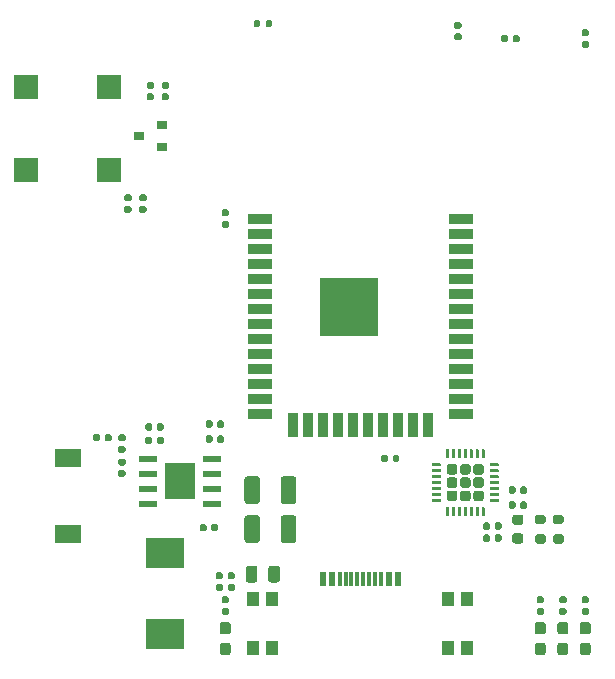
<source format=gbr>
G04 #@! TF.GenerationSoftware,KiCad,Pcbnew,(5.1.9)-1*
G04 #@! TF.CreationDate,2022-02-01T14:59:44+01:00*
G04 #@! TF.ProjectId,ESPCraft,45535043-7261-4667-942e-6b696361645f,rev?*
G04 #@! TF.SameCoordinates,Original*
G04 #@! TF.FileFunction,Paste,Top*
G04 #@! TF.FilePolarity,Positive*
%FSLAX46Y46*%
G04 Gerber Fmt 4.6, Leading zero omitted, Abs format (unit mm)*
G04 Created by KiCad (PCBNEW (5.1.9)-1) date 2022-02-01 14:59:44*
%MOMM*%
%LPD*%
G01*
G04 APERTURE LIST*
%ADD10R,5.000000X5.000000*%
%ADD11R,2.000000X0.900000*%
%ADD12R,0.900000X2.000000*%
%ADD13R,1.100000X1.300000*%
%ADD14R,2.000000X2.000000*%
%ADD15R,0.900000X0.800000*%
%ADD16R,0.300000X1.160000*%
%ADD17R,0.600000X1.160000*%
%ADD18R,3.300000X2.500000*%
%ADD19R,2.200000X1.500000*%
%ADD20R,2.600000X3.100000*%
%ADD21R,1.550000X0.600000*%
G04 APERTURE END LIST*
D10*
X142510000Y-102750000D03*
D11*
X135010000Y-95250000D03*
X135010000Y-96520000D03*
X135010000Y-97790000D03*
X135010000Y-99060000D03*
X135010000Y-100330000D03*
X135010000Y-101600000D03*
X135010000Y-102870000D03*
X135010000Y-104140000D03*
X135010000Y-105410000D03*
X135010000Y-106680000D03*
X135010000Y-107950000D03*
X135010000Y-109220000D03*
X135010000Y-110490000D03*
X135010000Y-111760000D03*
D12*
X137795000Y-112760000D03*
X139065000Y-112760000D03*
X140335000Y-112760000D03*
X141605000Y-112760000D03*
X142875000Y-112760000D03*
X144145000Y-112760000D03*
X145415000Y-112760000D03*
X146685000Y-112760000D03*
X147955000Y-112760000D03*
X149225000Y-112760000D03*
D11*
X152010000Y-111760000D03*
X152010000Y-110490000D03*
X152010000Y-109220000D03*
X152010000Y-107950000D03*
X152010000Y-106680000D03*
X152010000Y-105410000D03*
X152010000Y-104140000D03*
X152010000Y-102870000D03*
X152010000Y-101600000D03*
X152010000Y-100330000D03*
X152010000Y-99060000D03*
X152010000Y-97790000D03*
X152010000Y-96520000D03*
X152010000Y-95250000D03*
D13*
X134455000Y-131590000D03*
X136055000Y-131590000D03*
X134455000Y-127490000D03*
X136055000Y-127490000D03*
X150965000Y-131590000D03*
X152565000Y-131590000D03*
X150965000Y-127490000D03*
X152565000Y-127490000D03*
G36*
G01*
X158512500Y-131160000D02*
X158987500Y-131160000D01*
G75*
G02*
X159225000Y-131397500I0J-237500D01*
G01*
X159225000Y-131972500D01*
G75*
G02*
X158987500Y-132210000I-237500J0D01*
G01*
X158512500Y-132210000D01*
G75*
G02*
X158275000Y-131972500I0J237500D01*
G01*
X158275000Y-131397500D01*
G75*
G02*
X158512500Y-131160000I237500J0D01*
G01*
G37*
G36*
G01*
X158512500Y-129410000D02*
X158987500Y-129410000D01*
G75*
G02*
X159225000Y-129647500I0J-237500D01*
G01*
X159225000Y-130222500D01*
G75*
G02*
X158987500Y-130460000I-237500J0D01*
G01*
X158512500Y-130460000D01*
G75*
G02*
X158275000Y-130222500I0J237500D01*
G01*
X158275000Y-129647500D01*
G75*
G02*
X158512500Y-129410000I237500J0D01*
G01*
G37*
G36*
G01*
X160417500Y-129410000D02*
X160892500Y-129410000D01*
G75*
G02*
X161130000Y-129647500I0J-237500D01*
G01*
X161130000Y-130222500D01*
G75*
G02*
X160892500Y-130460000I-237500J0D01*
G01*
X160417500Y-130460000D01*
G75*
G02*
X160180000Y-130222500I0J237500D01*
G01*
X160180000Y-129647500D01*
G75*
G02*
X160417500Y-129410000I237500J0D01*
G01*
G37*
G36*
G01*
X160417500Y-131160000D02*
X160892500Y-131160000D01*
G75*
G02*
X161130000Y-131397500I0J-237500D01*
G01*
X161130000Y-131972500D01*
G75*
G02*
X160892500Y-132210000I-237500J0D01*
G01*
X160417500Y-132210000D01*
G75*
G02*
X160180000Y-131972500I0J237500D01*
G01*
X160180000Y-131397500D01*
G75*
G02*
X160417500Y-131160000I237500J0D01*
G01*
G37*
G36*
G01*
X162322500Y-129410000D02*
X162797500Y-129410000D01*
G75*
G02*
X163035000Y-129647500I0J-237500D01*
G01*
X163035000Y-130222500D01*
G75*
G02*
X162797500Y-130460000I-237500J0D01*
G01*
X162322500Y-130460000D01*
G75*
G02*
X162085000Y-130222500I0J237500D01*
G01*
X162085000Y-129647500D01*
G75*
G02*
X162322500Y-129410000I237500J0D01*
G01*
G37*
G36*
G01*
X162322500Y-131160000D02*
X162797500Y-131160000D01*
G75*
G02*
X163035000Y-131397500I0J-237500D01*
G01*
X163035000Y-131972500D01*
G75*
G02*
X162797500Y-132210000I-237500J0D01*
G01*
X162322500Y-132210000D01*
G75*
G02*
X162085000Y-131972500I0J237500D01*
G01*
X162085000Y-131397500D01*
G75*
G02*
X162322500Y-131160000I237500J0D01*
G01*
G37*
G36*
G01*
X131842500Y-131160000D02*
X132317500Y-131160000D01*
G75*
G02*
X132555000Y-131397500I0J-237500D01*
G01*
X132555000Y-131972500D01*
G75*
G02*
X132317500Y-132210000I-237500J0D01*
G01*
X131842500Y-132210000D01*
G75*
G02*
X131605000Y-131972500I0J237500D01*
G01*
X131605000Y-131397500D01*
G75*
G02*
X131842500Y-131160000I237500J0D01*
G01*
G37*
G36*
G01*
X131842500Y-129410000D02*
X132317500Y-129410000D01*
G75*
G02*
X132555000Y-129647500I0J-237500D01*
G01*
X132555000Y-130222500D01*
G75*
G02*
X132317500Y-130460000I-237500J0D01*
G01*
X131842500Y-130460000D01*
G75*
G02*
X131605000Y-130222500I0J237500D01*
G01*
X131605000Y-129647500D01*
G75*
G02*
X131842500Y-129410000I237500J0D01*
G01*
G37*
G36*
G01*
X151505000Y-119172000D02*
X151055000Y-119172000D01*
G75*
G02*
X150830000Y-118947000I0J225000D01*
G01*
X150830000Y-118497000D01*
G75*
G02*
X151055000Y-118272000I225000J0D01*
G01*
X151505000Y-118272000D01*
G75*
G02*
X151730000Y-118497000I0J-225000D01*
G01*
X151730000Y-118947000D01*
G75*
G02*
X151505000Y-119172000I-225000J0D01*
G01*
G37*
G36*
G01*
X152625000Y-119172000D02*
X152175000Y-119172000D01*
G75*
G02*
X151950000Y-118947000I0J225000D01*
G01*
X151950000Y-118497000D01*
G75*
G02*
X152175000Y-118272000I225000J0D01*
G01*
X152625000Y-118272000D01*
G75*
G02*
X152850000Y-118497000I0J-225000D01*
G01*
X152850000Y-118947000D01*
G75*
G02*
X152625000Y-119172000I-225000J0D01*
G01*
G37*
G36*
G01*
X153745000Y-119172000D02*
X153295000Y-119172000D01*
G75*
G02*
X153070000Y-118947000I0J225000D01*
G01*
X153070000Y-118497000D01*
G75*
G02*
X153295000Y-118272000I225000J0D01*
G01*
X153745000Y-118272000D01*
G75*
G02*
X153970000Y-118497000I0J-225000D01*
G01*
X153970000Y-118947000D01*
G75*
G02*
X153745000Y-119172000I-225000J0D01*
G01*
G37*
G36*
G01*
X151505000Y-118052000D02*
X151055000Y-118052000D01*
G75*
G02*
X150830000Y-117827000I0J225000D01*
G01*
X150830000Y-117377000D01*
G75*
G02*
X151055000Y-117152000I225000J0D01*
G01*
X151505000Y-117152000D01*
G75*
G02*
X151730000Y-117377000I0J-225000D01*
G01*
X151730000Y-117827000D01*
G75*
G02*
X151505000Y-118052000I-225000J0D01*
G01*
G37*
G36*
G01*
X152625000Y-118052000D02*
X152175000Y-118052000D01*
G75*
G02*
X151950000Y-117827000I0J225000D01*
G01*
X151950000Y-117377000D01*
G75*
G02*
X152175000Y-117152000I225000J0D01*
G01*
X152625000Y-117152000D01*
G75*
G02*
X152850000Y-117377000I0J-225000D01*
G01*
X152850000Y-117827000D01*
G75*
G02*
X152625000Y-118052000I-225000J0D01*
G01*
G37*
G36*
G01*
X153745000Y-118052000D02*
X153295000Y-118052000D01*
G75*
G02*
X153070000Y-117827000I0J225000D01*
G01*
X153070000Y-117377000D01*
G75*
G02*
X153295000Y-117152000I225000J0D01*
G01*
X153745000Y-117152000D01*
G75*
G02*
X153970000Y-117377000I0J-225000D01*
G01*
X153970000Y-117827000D01*
G75*
G02*
X153745000Y-118052000I-225000J0D01*
G01*
G37*
G36*
G01*
X151505000Y-116932000D02*
X151055000Y-116932000D01*
G75*
G02*
X150830000Y-116707000I0J225000D01*
G01*
X150830000Y-116257000D01*
G75*
G02*
X151055000Y-116032000I225000J0D01*
G01*
X151505000Y-116032000D01*
G75*
G02*
X151730000Y-116257000I0J-225000D01*
G01*
X151730000Y-116707000D01*
G75*
G02*
X151505000Y-116932000I-225000J0D01*
G01*
G37*
G36*
G01*
X152625000Y-116932000D02*
X152175000Y-116932000D01*
G75*
G02*
X151950000Y-116707000I0J225000D01*
G01*
X151950000Y-116257000D01*
G75*
G02*
X152175000Y-116032000I225000J0D01*
G01*
X152625000Y-116032000D01*
G75*
G02*
X152850000Y-116257000I0J-225000D01*
G01*
X152850000Y-116707000D01*
G75*
G02*
X152625000Y-116932000I-225000J0D01*
G01*
G37*
G36*
G01*
X153745000Y-116932000D02*
X153295000Y-116932000D01*
G75*
G02*
X153070000Y-116707000I0J225000D01*
G01*
X153070000Y-116257000D01*
G75*
G02*
X153295000Y-116032000I225000J0D01*
G01*
X153745000Y-116032000D01*
G75*
G02*
X153970000Y-116257000I0J-225000D01*
G01*
X153970000Y-116707000D01*
G75*
G02*
X153745000Y-116932000I-225000J0D01*
G01*
G37*
G36*
G01*
X150962500Y-120452000D02*
X150837500Y-120452000D01*
G75*
G02*
X150775000Y-120389500I0J62500D01*
G01*
X150775000Y-119714500D01*
G75*
G02*
X150837500Y-119652000I62500J0D01*
G01*
X150962500Y-119652000D01*
G75*
G02*
X151025000Y-119714500I0J-62500D01*
G01*
X151025000Y-120389500D01*
G75*
G02*
X150962500Y-120452000I-62500J0D01*
G01*
G37*
G36*
G01*
X151462500Y-120452000D02*
X151337500Y-120452000D01*
G75*
G02*
X151275000Y-120389500I0J62500D01*
G01*
X151275000Y-119714500D01*
G75*
G02*
X151337500Y-119652000I62500J0D01*
G01*
X151462500Y-119652000D01*
G75*
G02*
X151525000Y-119714500I0J-62500D01*
G01*
X151525000Y-120389500D01*
G75*
G02*
X151462500Y-120452000I-62500J0D01*
G01*
G37*
G36*
G01*
X151962500Y-120452000D02*
X151837500Y-120452000D01*
G75*
G02*
X151775000Y-120389500I0J62500D01*
G01*
X151775000Y-119714500D01*
G75*
G02*
X151837500Y-119652000I62500J0D01*
G01*
X151962500Y-119652000D01*
G75*
G02*
X152025000Y-119714500I0J-62500D01*
G01*
X152025000Y-120389500D01*
G75*
G02*
X151962500Y-120452000I-62500J0D01*
G01*
G37*
G36*
G01*
X152462500Y-120452000D02*
X152337500Y-120452000D01*
G75*
G02*
X152275000Y-120389500I0J62500D01*
G01*
X152275000Y-119714500D01*
G75*
G02*
X152337500Y-119652000I62500J0D01*
G01*
X152462500Y-119652000D01*
G75*
G02*
X152525000Y-119714500I0J-62500D01*
G01*
X152525000Y-120389500D01*
G75*
G02*
X152462500Y-120452000I-62500J0D01*
G01*
G37*
G36*
G01*
X152962500Y-120452000D02*
X152837500Y-120452000D01*
G75*
G02*
X152775000Y-120389500I0J62500D01*
G01*
X152775000Y-119714500D01*
G75*
G02*
X152837500Y-119652000I62500J0D01*
G01*
X152962500Y-119652000D01*
G75*
G02*
X153025000Y-119714500I0J-62500D01*
G01*
X153025000Y-120389500D01*
G75*
G02*
X152962500Y-120452000I-62500J0D01*
G01*
G37*
G36*
G01*
X153462500Y-120452000D02*
X153337500Y-120452000D01*
G75*
G02*
X153275000Y-120389500I0J62500D01*
G01*
X153275000Y-119714500D01*
G75*
G02*
X153337500Y-119652000I62500J0D01*
G01*
X153462500Y-119652000D01*
G75*
G02*
X153525000Y-119714500I0J-62500D01*
G01*
X153525000Y-120389500D01*
G75*
G02*
X153462500Y-120452000I-62500J0D01*
G01*
G37*
G36*
G01*
X153962500Y-120452000D02*
X153837500Y-120452000D01*
G75*
G02*
X153775000Y-120389500I0J62500D01*
G01*
X153775000Y-119714500D01*
G75*
G02*
X153837500Y-119652000I62500J0D01*
G01*
X153962500Y-119652000D01*
G75*
G02*
X154025000Y-119714500I0J-62500D01*
G01*
X154025000Y-120389500D01*
G75*
G02*
X153962500Y-120452000I-62500J0D01*
G01*
G37*
G36*
G01*
X155187500Y-119227000D02*
X154512500Y-119227000D01*
G75*
G02*
X154450000Y-119164500I0J62500D01*
G01*
X154450000Y-119039500D01*
G75*
G02*
X154512500Y-118977000I62500J0D01*
G01*
X155187500Y-118977000D01*
G75*
G02*
X155250000Y-119039500I0J-62500D01*
G01*
X155250000Y-119164500D01*
G75*
G02*
X155187500Y-119227000I-62500J0D01*
G01*
G37*
G36*
G01*
X155187500Y-118727000D02*
X154512500Y-118727000D01*
G75*
G02*
X154450000Y-118664500I0J62500D01*
G01*
X154450000Y-118539500D01*
G75*
G02*
X154512500Y-118477000I62500J0D01*
G01*
X155187500Y-118477000D01*
G75*
G02*
X155250000Y-118539500I0J-62500D01*
G01*
X155250000Y-118664500D01*
G75*
G02*
X155187500Y-118727000I-62500J0D01*
G01*
G37*
G36*
G01*
X155187500Y-118227000D02*
X154512500Y-118227000D01*
G75*
G02*
X154450000Y-118164500I0J62500D01*
G01*
X154450000Y-118039500D01*
G75*
G02*
X154512500Y-117977000I62500J0D01*
G01*
X155187500Y-117977000D01*
G75*
G02*
X155250000Y-118039500I0J-62500D01*
G01*
X155250000Y-118164500D01*
G75*
G02*
X155187500Y-118227000I-62500J0D01*
G01*
G37*
G36*
G01*
X155187500Y-117727000D02*
X154512500Y-117727000D01*
G75*
G02*
X154450000Y-117664500I0J62500D01*
G01*
X154450000Y-117539500D01*
G75*
G02*
X154512500Y-117477000I62500J0D01*
G01*
X155187500Y-117477000D01*
G75*
G02*
X155250000Y-117539500I0J-62500D01*
G01*
X155250000Y-117664500D01*
G75*
G02*
X155187500Y-117727000I-62500J0D01*
G01*
G37*
G36*
G01*
X155187500Y-117227000D02*
X154512500Y-117227000D01*
G75*
G02*
X154450000Y-117164500I0J62500D01*
G01*
X154450000Y-117039500D01*
G75*
G02*
X154512500Y-116977000I62500J0D01*
G01*
X155187500Y-116977000D01*
G75*
G02*
X155250000Y-117039500I0J-62500D01*
G01*
X155250000Y-117164500D01*
G75*
G02*
X155187500Y-117227000I-62500J0D01*
G01*
G37*
G36*
G01*
X155187500Y-116727000D02*
X154512500Y-116727000D01*
G75*
G02*
X154450000Y-116664500I0J62500D01*
G01*
X154450000Y-116539500D01*
G75*
G02*
X154512500Y-116477000I62500J0D01*
G01*
X155187500Y-116477000D01*
G75*
G02*
X155250000Y-116539500I0J-62500D01*
G01*
X155250000Y-116664500D01*
G75*
G02*
X155187500Y-116727000I-62500J0D01*
G01*
G37*
G36*
G01*
X155187500Y-116227000D02*
X154512500Y-116227000D01*
G75*
G02*
X154450000Y-116164500I0J62500D01*
G01*
X154450000Y-116039500D01*
G75*
G02*
X154512500Y-115977000I62500J0D01*
G01*
X155187500Y-115977000D01*
G75*
G02*
X155250000Y-116039500I0J-62500D01*
G01*
X155250000Y-116164500D01*
G75*
G02*
X155187500Y-116227000I-62500J0D01*
G01*
G37*
G36*
G01*
X153962500Y-115552000D02*
X153837500Y-115552000D01*
G75*
G02*
X153775000Y-115489500I0J62500D01*
G01*
X153775000Y-114814500D01*
G75*
G02*
X153837500Y-114752000I62500J0D01*
G01*
X153962500Y-114752000D01*
G75*
G02*
X154025000Y-114814500I0J-62500D01*
G01*
X154025000Y-115489500D01*
G75*
G02*
X153962500Y-115552000I-62500J0D01*
G01*
G37*
G36*
G01*
X153462500Y-115552000D02*
X153337500Y-115552000D01*
G75*
G02*
X153275000Y-115489500I0J62500D01*
G01*
X153275000Y-114814500D01*
G75*
G02*
X153337500Y-114752000I62500J0D01*
G01*
X153462500Y-114752000D01*
G75*
G02*
X153525000Y-114814500I0J-62500D01*
G01*
X153525000Y-115489500D01*
G75*
G02*
X153462500Y-115552000I-62500J0D01*
G01*
G37*
G36*
G01*
X152962500Y-115552000D02*
X152837500Y-115552000D01*
G75*
G02*
X152775000Y-115489500I0J62500D01*
G01*
X152775000Y-114814500D01*
G75*
G02*
X152837500Y-114752000I62500J0D01*
G01*
X152962500Y-114752000D01*
G75*
G02*
X153025000Y-114814500I0J-62500D01*
G01*
X153025000Y-115489500D01*
G75*
G02*
X152962500Y-115552000I-62500J0D01*
G01*
G37*
G36*
G01*
X152462500Y-115552000D02*
X152337500Y-115552000D01*
G75*
G02*
X152275000Y-115489500I0J62500D01*
G01*
X152275000Y-114814500D01*
G75*
G02*
X152337500Y-114752000I62500J0D01*
G01*
X152462500Y-114752000D01*
G75*
G02*
X152525000Y-114814500I0J-62500D01*
G01*
X152525000Y-115489500D01*
G75*
G02*
X152462500Y-115552000I-62500J0D01*
G01*
G37*
G36*
G01*
X151962500Y-115552000D02*
X151837500Y-115552000D01*
G75*
G02*
X151775000Y-115489500I0J62500D01*
G01*
X151775000Y-114814500D01*
G75*
G02*
X151837500Y-114752000I62500J0D01*
G01*
X151962500Y-114752000D01*
G75*
G02*
X152025000Y-114814500I0J-62500D01*
G01*
X152025000Y-115489500D01*
G75*
G02*
X151962500Y-115552000I-62500J0D01*
G01*
G37*
G36*
G01*
X151462500Y-115552000D02*
X151337500Y-115552000D01*
G75*
G02*
X151275000Y-115489500I0J62500D01*
G01*
X151275000Y-114814500D01*
G75*
G02*
X151337500Y-114752000I62500J0D01*
G01*
X151462500Y-114752000D01*
G75*
G02*
X151525000Y-114814500I0J-62500D01*
G01*
X151525000Y-115489500D01*
G75*
G02*
X151462500Y-115552000I-62500J0D01*
G01*
G37*
G36*
G01*
X150962500Y-115552000D02*
X150837500Y-115552000D01*
G75*
G02*
X150775000Y-115489500I0J62500D01*
G01*
X150775000Y-114814500D01*
G75*
G02*
X150837500Y-114752000I62500J0D01*
G01*
X150962500Y-114752000D01*
G75*
G02*
X151025000Y-114814500I0J-62500D01*
G01*
X151025000Y-115489500D01*
G75*
G02*
X150962500Y-115552000I-62500J0D01*
G01*
G37*
G36*
G01*
X150287500Y-116227000D02*
X149612500Y-116227000D01*
G75*
G02*
X149550000Y-116164500I0J62500D01*
G01*
X149550000Y-116039500D01*
G75*
G02*
X149612500Y-115977000I62500J0D01*
G01*
X150287500Y-115977000D01*
G75*
G02*
X150350000Y-116039500I0J-62500D01*
G01*
X150350000Y-116164500D01*
G75*
G02*
X150287500Y-116227000I-62500J0D01*
G01*
G37*
G36*
G01*
X150287500Y-116727000D02*
X149612500Y-116727000D01*
G75*
G02*
X149550000Y-116664500I0J62500D01*
G01*
X149550000Y-116539500D01*
G75*
G02*
X149612500Y-116477000I62500J0D01*
G01*
X150287500Y-116477000D01*
G75*
G02*
X150350000Y-116539500I0J-62500D01*
G01*
X150350000Y-116664500D01*
G75*
G02*
X150287500Y-116727000I-62500J0D01*
G01*
G37*
G36*
G01*
X150287500Y-117227000D02*
X149612500Y-117227000D01*
G75*
G02*
X149550000Y-117164500I0J62500D01*
G01*
X149550000Y-117039500D01*
G75*
G02*
X149612500Y-116977000I62500J0D01*
G01*
X150287500Y-116977000D01*
G75*
G02*
X150350000Y-117039500I0J-62500D01*
G01*
X150350000Y-117164500D01*
G75*
G02*
X150287500Y-117227000I-62500J0D01*
G01*
G37*
G36*
G01*
X150287500Y-117727000D02*
X149612500Y-117727000D01*
G75*
G02*
X149550000Y-117664500I0J62500D01*
G01*
X149550000Y-117539500D01*
G75*
G02*
X149612500Y-117477000I62500J0D01*
G01*
X150287500Y-117477000D01*
G75*
G02*
X150350000Y-117539500I0J-62500D01*
G01*
X150350000Y-117664500D01*
G75*
G02*
X150287500Y-117727000I-62500J0D01*
G01*
G37*
G36*
G01*
X150287500Y-118227000D02*
X149612500Y-118227000D01*
G75*
G02*
X149550000Y-118164500I0J62500D01*
G01*
X149550000Y-118039500D01*
G75*
G02*
X149612500Y-117977000I62500J0D01*
G01*
X150287500Y-117977000D01*
G75*
G02*
X150350000Y-118039500I0J-62500D01*
G01*
X150350000Y-118164500D01*
G75*
G02*
X150287500Y-118227000I-62500J0D01*
G01*
G37*
G36*
G01*
X150287500Y-118727000D02*
X149612500Y-118727000D01*
G75*
G02*
X149550000Y-118664500I0J62500D01*
G01*
X149550000Y-118539500D01*
G75*
G02*
X149612500Y-118477000I62500J0D01*
G01*
X150287500Y-118477000D01*
G75*
G02*
X150350000Y-118539500I0J-62500D01*
G01*
X150350000Y-118664500D01*
G75*
G02*
X150287500Y-118727000I-62500J0D01*
G01*
G37*
G36*
G01*
X150287500Y-119227000D02*
X149612500Y-119227000D01*
G75*
G02*
X149550000Y-119164500I0J62500D01*
G01*
X149550000Y-119039500D01*
G75*
G02*
X149612500Y-118977000I62500J0D01*
G01*
X150287500Y-118977000D01*
G75*
G02*
X150350000Y-119039500I0J-62500D01*
G01*
X150350000Y-119164500D01*
G75*
G02*
X150287500Y-119227000I-62500J0D01*
G01*
G37*
D14*
X115245000Y-91130000D03*
X115245000Y-84130000D03*
X122245000Y-84130000D03*
X122245000Y-91130000D03*
G36*
G01*
X123652500Y-94170000D02*
X123997500Y-94170000D01*
G75*
G02*
X124145000Y-94317500I0J-147500D01*
G01*
X124145000Y-94612500D01*
G75*
G02*
X123997500Y-94760000I-147500J0D01*
G01*
X123652500Y-94760000D01*
G75*
G02*
X123505000Y-94612500I0J147500D01*
G01*
X123505000Y-94317500D01*
G75*
G02*
X123652500Y-94170000I147500J0D01*
G01*
G37*
G36*
G01*
X123652500Y-93200000D02*
X123997500Y-93200000D01*
G75*
G02*
X124145000Y-93347500I0J-147500D01*
G01*
X124145000Y-93642500D01*
G75*
G02*
X123997500Y-93790000I-147500J0D01*
G01*
X123652500Y-93790000D01*
G75*
G02*
X123505000Y-93642500I0J147500D01*
G01*
X123505000Y-93347500D01*
G75*
G02*
X123652500Y-93200000I147500J0D01*
G01*
G37*
G36*
G01*
X156065000Y-118409500D02*
X156065000Y-118064500D01*
G75*
G02*
X156212500Y-117917000I147500J0D01*
G01*
X156507500Y-117917000D01*
G75*
G02*
X156655000Y-118064500I0J-147500D01*
G01*
X156655000Y-118409500D01*
G75*
G02*
X156507500Y-118557000I-147500J0D01*
G01*
X156212500Y-118557000D01*
G75*
G02*
X156065000Y-118409500I0J147500D01*
G01*
G37*
G36*
G01*
X157035000Y-118409500D02*
X157035000Y-118064500D01*
G75*
G02*
X157182500Y-117917000I147500J0D01*
G01*
X157477500Y-117917000D01*
G75*
G02*
X157625000Y-118064500I0J-147500D01*
G01*
X157625000Y-118409500D01*
G75*
G02*
X157477500Y-118557000I-147500J0D01*
G01*
X157182500Y-118557000D01*
G75*
G02*
X157035000Y-118409500I0J147500D01*
G01*
G37*
G36*
G01*
X124922500Y-93200000D02*
X125267500Y-93200000D01*
G75*
G02*
X125415000Y-93347500I0J-147500D01*
G01*
X125415000Y-93642500D01*
G75*
G02*
X125267500Y-93790000I-147500J0D01*
G01*
X124922500Y-93790000D01*
G75*
G02*
X124775000Y-93642500I0J147500D01*
G01*
X124775000Y-93347500D01*
G75*
G02*
X124922500Y-93200000I147500J0D01*
G01*
G37*
G36*
G01*
X124922500Y-94170000D02*
X125267500Y-94170000D01*
G75*
G02*
X125415000Y-94317500I0J-147500D01*
G01*
X125415000Y-94612500D01*
G75*
G02*
X125267500Y-94760000I-147500J0D01*
G01*
X124922500Y-94760000D01*
G75*
G02*
X124775000Y-94612500I0J147500D01*
G01*
X124775000Y-94317500D01*
G75*
G02*
X124922500Y-94170000I147500J0D01*
G01*
G37*
G36*
G01*
X157035000Y-119679500D02*
X157035000Y-119334500D01*
G75*
G02*
X157182500Y-119187000I147500J0D01*
G01*
X157477500Y-119187000D01*
G75*
G02*
X157625000Y-119334500I0J-147500D01*
G01*
X157625000Y-119679500D01*
G75*
G02*
X157477500Y-119827000I-147500J0D01*
G01*
X157182500Y-119827000D01*
G75*
G02*
X157035000Y-119679500I0J147500D01*
G01*
G37*
G36*
G01*
X156065000Y-119679500D02*
X156065000Y-119334500D01*
G75*
G02*
X156212500Y-119187000I147500J0D01*
G01*
X156507500Y-119187000D01*
G75*
G02*
X156655000Y-119334500I0J-147500D01*
G01*
X156655000Y-119679500D01*
G75*
G02*
X156507500Y-119827000I-147500J0D01*
G01*
X156212500Y-119827000D01*
G75*
G02*
X156065000Y-119679500I0J147500D01*
G01*
G37*
G36*
G01*
X158922500Y-127826000D02*
X158577500Y-127826000D01*
G75*
G02*
X158430000Y-127678500I0J147500D01*
G01*
X158430000Y-127383500D01*
G75*
G02*
X158577500Y-127236000I147500J0D01*
G01*
X158922500Y-127236000D01*
G75*
G02*
X159070000Y-127383500I0J-147500D01*
G01*
X159070000Y-127678500D01*
G75*
G02*
X158922500Y-127826000I-147500J0D01*
G01*
G37*
G36*
G01*
X158922500Y-128796000D02*
X158577500Y-128796000D01*
G75*
G02*
X158430000Y-128648500I0J147500D01*
G01*
X158430000Y-128353500D01*
G75*
G02*
X158577500Y-128206000I147500J0D01*
G01*
X158922500Y-128206000D01*
G75*
G02*
X159070000Y-128353500I0J-147500D01*
G01*
X159070000Y-128648500D01*
G75*
G02*
X158922500Y-128796000I-147500J0D01*
G01*
G37*
G36*
G01*
X160827500Y-128796000D02*
X160482500Y-128796000D01*
G75*
G02*
X160335000Y-128648500I0J147500D01*
G01*
X160335000Y-128353500D01*
G75*
G02*
X160482500Y-128206000I147500J0D01*
G01*
X160827500Y-128206000D01*
G75*
G02*
X160975000Y-128353500I0J-147500D01*
G01*
X160975000Y-128648500D01*
G75*
G02*
X160827500Y-128796000I-147500J0D01*
G01*
G37*
G36*
G01*
X160827500Y-127826000D02*
X160482500Y-127826000D01*
G75*
G02*
X160335000Y-127678500I0J147500D01*
G01*
X160335000Y-127383500D01*
G75*
G02*
X160482500Y-127236000I147500J0D01*
G01*
X160827500Y-127236000D01*
G75*
G02*
X160975000Y-127383500I0J-147500D01*
G01*
X160975000Y-127678500D01*
G75*
G02*
X160827500Y-127826000I-147500J0D01*
G01*
G37*
G36*
G01*
X162732500Y-127826000D02*
X162387500Y-127826000D01*
G75*
G02*
X162240000Y-127678500I0J147500D01*
G01*
X162240000Y-127383500D01*
G75*
G02*
X162387500Y-127236000I147500J0D01*
G01*
X162732500Y-127236000D01*
G75*
G02*
X162880000Y-127383500I0J-147500D01*
G01*
X162880000Y-127678500D01*
G75*
G02*
X162732500Y-127826000I-147500J0D01*
G01*
G37*
G36*
G01*
X162732500Y-128796000D02*
X162387500Y-128796000D01*
G75*
G02*
X162240000Y-128648500I0J147500D01*
G01*
X162240000Y-128353500D01*
G75*
G02*
X162387500Y-128206000I147500J0D01*
G01*
X162732500Y-128206000D01*
G75*
G02*
X162880000Y-128353500I0J-147500D01*
G01*
X162880000Y-128648500D01*
G75*
G02*
X162732500Y-128796000I-147500J0D01*
G01*
G37*
G36*
G01*
X132252500Y-128796000D02*
X131907500Y-128796000D01*
G75*
G02*
X131760000Y-128648500I0J147500D01*
G01*
X131760000Y-128353500D01*
G75*
G02*
X131907500Y-128206000I147500J0D01*
G01*
X132252500Y-128206000D01*
G75*
G02*
X132400000Y-128353500I0J-147500D01*
G01*
X132400000Y-128648500D01*
G75*
G02*
X132252500Y-128796000I-147500J0D01*
G01*
G37*
G36*
G01*
X132252500Y-127826000D02*
X131907500Y-127826000D01*
G75*
G02*
X131760000Y-127678500I0J147500D01*
G01*
X131760000Y-127383500D01*
G75*
G02*
X131907500Y-127236000I147500J0D01*
G01*
X132252500Y-127236000D01*
G75*
G02*
X132400000Y-127383500I0J-147500D01*
G01*
X132400000Y-127678500D01*
G75*
G02*
X132252500Y-127826000I-147500J0D01*
G01*
G37*
G36*
G01*
X131744500Y-125794000D02*
X131399500Y-125794000D01*
G75*
G02*
X131252000Y-125646500I0J147500D01*
G01*
X131252000Y-125351500D01*
G75*
G02*
X131399500Y-125204000I147500J0D01*
G01*
X131744500Y-125204000D01*
G75*
G02*
X131892000Y-125351500I0J-147500D01*
G01*
X131892000Y-125646500D01*
G75*
G02*
X131744500Y-125794000I-147500J0D01*
G01*
G37*
G36*
G01*
X131744500Y-126764000D02*
X131399500Y-126764000D01*
G75*
G02*
X131252000Y-126616500I0J147500D01*
G01*
X131252000Y-126321500D01*
G75*
G02*
X131399500Y-126174000I147500J0D01*
G01*
X131744500Y-126174000D01*
G75*
G02*
X131892000Y-126321500I0J-147500D01*
G01*
X131892000Y-126616500D01*
G75*
G02*
X131744500Y-126764000I-147500J0D01*
G01*
G37*
G36*
G01*
X132252500Y-96030000D02*
X131907500Y-96030000D01*
G75*
G02*
X131760000Y-95882500I0J147500D01*
G01*
X131760000Y-95587500D01*
G75*
G02*
X131907500Y-95440000I147500J0D01*
G01*
X132252500Y-95440000D01*
G75*
G02*
X132400000Y-95587500I0J-147500D01*
G01*
X132400000Y-95882500D01*
G75*
G02*
X132252500Y-96030000I-147500J0D01*
G01*
G37*
G36*
G01*
X132252500Y-95060000D02*
X131907500Y-95060000D01*
G75*
G02*
X131760000Y-94912500I0J147500D01*
G01*
X131760000Y-94617500D01*
G75*
G02*
X131907500Y-94470000I147500J0D01*
G01*
X132252500Y-94470000D01*
G75*
G02*
X132400000Y-94617500I0J-147500D01*
G01*
X132400000Y-94912500D01*
G75*
G02*
X132252500Y-95060000I-147500J0D01*
G01*
G37*
D15*
X126730000Y-89215000D03*
X126730000Y-87315000D03*
X124730000Y-88265000D03*
G36*
G01*
X126827500Y-83675000D02*
X127172500Y-83675000D01*
G75*
G02*
X127320000Y-83822500I0J-147500D01*
G01*
X127320000Y-84117500D01*
G75*
G02*
X127172500Y-84265000I-147500J0D01*
G01*
X126827500Y-84265000D01*
G75*
G02*
X126680000Y-84117500I0J147500D01*
G01*
X126680000Y-83822500D01*
G75*
G02*
X126827500Y-83675000I147500J0D01*
G01*
G37*
G36*
G01*
X126827500Y-84645000D02*
X127172500Y-84645000D01*
G75*
G02*
X127320000Y-84792500I0J-147500D01*
G01*
X127320000Y-85087500D01*
G75*
G02*
X127172500Y-85235000I-147500J0D01*
G01*
X126827500Y-85235000D01*
G75*
G02*
X126680000Y-85087500I0J147500D01*
G01*
X126680000Y-84792500D01*
G75*
G02*
X126827500Y-84645000I147500J0D01*
G01*
G37*
G36*
G01*
X125902500Y-84265000D02*
X125557500Y-84265000D01*
G75*
G02*
X125410000Y-84117500I0J147500D01*
G01*
X125410000Y-83822500D01*
G75*
G02*
X125557500Y-83675000I147500J0D01*
G01*
X125902500Y-83675000D01*
G75*
G02*
X126050000Y-83822500I0J-147500D01*
G01*
X126050000Y-84117500D01*
G75*
G02*
X125902500Y-84265000I-147500J0D01*
G01*
G37*
G36*
G01*
X125902500Y-85235000D02*
X125557500Y-85235000D01*
G75*
G02*
X125410000Y-85087500I0J147500D01*
G01*
X125410000Y-84792500D01*
G75*
G02*
X125557500Y-84645000I147500J0D01*
G01*
X125902500Y-84645000D01*
G75*
G02*
X126050000Y-84792500I0J-147500D01*
G01*
X126050000Y-85087500D01*
G75*
G02*
X125902500Y-85235000I-147500J0D01*
G01*
G37*
G36*
G01*
X162387500Y-80200000D02*
X162732500Y-80200000D01*
G75*
G02*
X162880000Y-80347500I0J-147500D01*
G01*
X162880000Y-80642500D01*
G75*
G02*
X162732500Y-80790000I-147500J0D01*
G01*
X162387500Y-80790000D01*
G75*
G02*
X162240000Y-80642500I0J147500D01*
G01*
X162240000Y-80347500D01*
G75*
G02*
X162387500Y-80200000I147500J0D01*
G01*
G37*
G36*
G01*
X162387500Y-79230000D02*
X162732500Y-79230000D01*
G75*
G02*
X162880000Y-79377500I0J-147500D01*
G01*
X162880000Y-79672500D01*
G75*
G02*
X162732500Y-79820000I-147500J0D01*
G01*
X162387500Y-79820000D01*
G75*
G02*
X162240000Y-79672500I0J147500D01*
G01*
X162240000Y-79377500D01*
G75*
G02*
X162387500Y-79230000I147500J0D01*
G01*
G37*
G36*
G01*
X156990000Y-79837500D02*
X156990000Y-80182500D01*
G75*
G02*
X156842500Y-80330000I-147500J0D01*
G01*
X156547500Y-80330000D01*
G75*
G02*
X156400000Y-80182500I0J147500D01*
G01*
X156400000Y-79837500D01*
G75*
G02*
X156547500Y-79690000I147500J0D01*
G01*
X156842500Y-79690000D01*
G75*
G02*
X156990000Y-79837500I0J-147500D01*
G01*
G37*
G36*
G01*
X156020000Y-79837500D02*
X156020000Y-80182500D01*
G75*
G02*
X155872500Y-80330000I-147500J0D01*
G01*
X155577500Y-80330000D01*
G75*
G02*
X155430000Y-80182500I0J147500D01*
G01*
X155430000Y-79837500D01*
G75*
G02*
X155577500Y-79690000I147500J0D01*
G01*
X155872500Y-79690000D01*
G75*
G02*
X156020000Y-79837500I0J-147500D01*
G01*
G37*
G36*
G01*
X151592500Y-78595000D02*
X151937500Y-78595000D01*
G75*
G02*
X152085000Y-78742500I0J-147500D01*
G01*
X152085000Y-79037500D01*
G75*
G02*
X151937500Y-79185000I-147500J0D01*
G01*
X151592500Y-79185000D01*
G75*
G02*
X151445000Y-79037500I0J147500D01*
G01*
X151445000Y-78742500D01*
G75*
G02*
X151592500Y-78595000I147500J0D01*
G01*
G37*
G36*
G01*
X151592500Y-79565000D02*
X151937500Y-79565000D01*
G75*
G02*
X152085000Y-79712500I0J-147500D01*
G01*
X152085000Y-80007500D01*
G75*
G02*
X151937500Y-80155000I-147500J0D01*
G01*
X151592500Y-80155000D01*
G75*
G02*
X151445000Y-80007500I0J147500D01*
G01*
X151445000Y-79712500D01*
G75*
G02*
X151592500Y-79565000I147500J0D01*
G01*
G37*
D16*
X142760000Y-125760000D03*
X143260000Y-125760000D03*
X143760000Y-125760000D03*
X141760000Y-125760000D03*
X142260000Y-125760000D03*
X144760000Y-125760000D03*
X144260000Y-125760000D03*
X145260000Y-125760000D03*
D17*
X141110000Y-125760000D03*
X141110000Y-125760000D03*
X140310000Y-125760000D03*
X140310000Y-125760000D03*
X145910000Y-125760000D03*
X146710000Y-125760000D03*
X145910000Y-125760000D03*
X146710000Y-125760000D03*
G36*
G01*
X156588750Y-120314000D02*
X157101250Y-120314000D01*
G75*
G02*
X157320000Y-120532750I0J-218750D01*
G01*
X157320000Y-120970250D01*
G75*
G02*
X157101250Y-121189000I-218750J0D01*
G01*
X156588750Y-121189000D01*
G75*
G02*
X156370000Y-120970250I0J218750D01*
G01*
X156370000Y-120532750D01*
G75*
G02*
X156588750Y-120314000I218750J0D01*
G01*
G37*
G36*
G01*
X156588750Y-121889000D02*
X157101250Y-121889000D01*
G75*
G02*
X157320000Y-122107750I0J-218750D01*
G01*
X157320000Y-122545250D01*
G75*
G02*
X157101250Y-122764000I-218750J0D01*
G01*
X156588750Y-122764000D01*
G75*
G02*
X156370000Y-122545250I0J218750D01*
G01*
X156370000Y-122107750D01*
G75*
G02*
X156588750Y-121889000I218750J0D01*
G01*
G37*
G36*
G01*
X130873000Y-121584500D02*
X130873000Y-121239500D01*
G75*
G02*
X131020500Y-121092000I147500J0D01*
G01*
X131315500Y-121092000D01*
G75*
G02*
X131463000Y-121239500I0J-147500D01*
G01*
X131463000Y-121584500D01*
G75*
G02*
X131315500Y-121732000I-147500J0D01*
G01*
X131020500Y-121732000D01*
G75*
G02*
X130873000Y-121584500I0J147500D01*
G01*
G37*
G36*
G01*
X129903000Y-121584500D02*
X129903000Y-121239500D01*
G75*
G02*
X130050500Y-121092000I147500J0D01*
G01*
X130345500Y-121092000D01*
G75*
G02*
X130493000Y-121239500I0J-147500D01*
G01*
X130493000Y-121584500D01*
G75*
G02*
X130345500Y-121732000I-147500J0D01*
G01*
X130050500Y-121732000D01*
G75*
G02*
X129903000Y-121584500I0J147500D01*
G01*
G37*
G36*
G01*
X131001000Y-112476500D02*
X131001000Y-112821500D01*
G75*
G02*
X130853500Y-112969000I-147500J0D01*
G01*
X130558500Y-112969000D01*
G75*
G02*
X130411000Y-112821500I0J147500D01*
G01*
X130411000Y-112476500D01*
G75*
G02*
X130558500Y-112329000I147500J0D01*
G01*
X130853500Y-112329000D01*
G75*
G02*
X131001000Y-112476500I0J-147500D01*
G01*
G37*
G36*
G01*
X131971000Y-112476500D02*
X131971000Y-112821500D01*
G75*
G02*
X131823500Y-112969000I-147500J0D01*
G01*
X131528500Y-112969000D01*
G75*
G02*
X131381000Y-112821500I0J147500D01*
G01*
X131381000Y-112476500D01*
G75*
G02*
X131528500Y-112329000I147500J0D01*
G01*
X131823500Y-112329000D01*
G75*
G02*
X131971000Y-112476500I0J-147500D01*
G01*
G37*
G36*
G01*
X153906000Y-121457500D02*
X153906000Y-121112500D01*
G75*
G02*
X154053500Y-120965000I147500J0D01*
G01*
X154348500Y-120965000D01*
G75*
G02*
X154496000Y-121112500I0J-147500D01*
G01*
X154496000Y-121457500D01*
G75*
G02*
X154348500Y-121605000I-147500J0D01*
G01*
X154053500Y-121605000D01*
G75*
G02*
X153906000Y-121457500I0J147500D01*
G01*
G37*
G36*
G01*
X154876000Y-121457500D02*
X154876000Y-121112500D01*
G75*
G02*
X155023500Y-120965000I147500J0D01*
G01*
X155318500Y-120965000D01*
G75*
G02*
X155466000Y-121112500I0J-147500D01*
G01*
X155466000Y-121457500D01*
G75*
G02*
X155318500Y-121605000I-147500J0D01*
G01*
X155023500Y-121605000D01*
G75*
G02*
X154876000Y-121457500I0J147500D01*
G01*
G37*
G36*
G01*
X121476000Y-113619500D02*
X121476000Y-113964500D01*
G75*
G02*
X121328500Y-114112000I-147500J0D01*
G01*
X121033500Y-114112000D01*
G75*
G02*
X120886000Y-113964500I0J147500D01*
G01*
X120886000Y-113619500D01*
G75*
G02*
X121033500Y-113472000I147500J0D01*
G01*
X121328500Y-113472000D01*
G75*
G02*
X121476000Y-113619500I0J-147500D01*
G01*
G37*
G36*
G01*
X122446000Y-113619500D02*
X122446000Y-113964500D01*
G75*
G02*
X122298500Y-114112000I-147500J0D01*
G01*
X122003500Y-114112000D01*
G75*
G02*
X121856000Y-113964500I0J147500D01*
G01*
X121856000Y-113619500D01*
G75*
G02*
X122003500Y-113472000I147500J0D01*
G01*
X122298500Y-113472000D01*
G75*
G02*
X122446000Y-113619500I0J-147500D01*
G01*
G37*
G36*
G01*
X123144500Y-114490000D02*
X123489500Y-114490000D01*
G75*
G02*
X123637000Y-114637500I0J-147500D01*
G01*
X123637000Y-114932500D01*
G75*
G02*
X123489500Y-115080000I-147500J0D01*
G01*
X123144500Y-115080000D01*
G75*
G02*
X122997000Y-114932500I0J147500D01*
G01*
X122997000Y-114637500D01*
G75*
G02*
X123144500Y-114490000I147500J0D01*
G01*
G37*
G36*
G01*
X123144500Y-113520000D02*
X123489500Y-113520000D01*
G75*
G02*
X123637000Y-113667500I0J-147500D01*
G01*
X123637000Y-113962500D01*
G75*
G02*
X123489500Y-114110000I-147500J0D01*
G01*
X123144500Y-114110000D01*
G75*
G02*
X122997000Y-113962500I0J147500D01*
G01*
X122997000Y-113667500D01*
G75*
G02*
X123144500Y-113520000I147500J0D01*
G01*
G37*
G36*
G01*
X136765000Y-122464002D02*
X136765000Y-120613998D01*
G75*
G02*
X137014998Y-120364000I249998J0D01*
G01*
X137840002Y-120364000D01*
G75*
G02*
X138090000Y-120613998I0J-249998D01*
G01*
X138090000Y-122464002D01*
G75*
G02*
X137840002Y-122714000I-249998J0D01*
G01*
X137014998Y-122714000D01*
G75*
G02*
X136765000Y-122464002I0J249998D01*
G01*
G37*
G36*
G01*
X133690000Y-122464002D02*
X133690000Y-120613998D01*
G75*
G02*
X133939998Y-120364000I249998J0D01*
G01*
X134765002Y-120364000D01*
G75*
G02*
X135015000Y-120613998I0J-249998D01*
G01*
X135015000Y-122464002D01*
G75*
G02*
X134765002Y-122714000I-249998J0D01*
G01*
X133939998Y-122714000D01*
G75*
G02*
X133690000Y-122464002I0J249998D01*
G01*
G37*
G36*
G01*
X133690000Y-119162002D02*
X133690000Y-117311998D01*
G75*
G02*
X133939998Y-117062000I249998J0D01*
G01*
X134765002Y-117062000D01*
G75*
G02*
X135015000Y-117311998I0J-249998D01*
G01*
X135015000Y-119162002D01*
G75*
G02*
X134765002Y-119412000I-249998J0D01*
G01*
X133939998Y-119412000D01*
G75*
G02*
X133690000Y-119162002I0J249998D01*
G01*
G37*
G36*
G01*
X136765000Y-119162002D02*
X136765000Y-117311998D01*
G75*
G02*
X137014998Y-117062000I249998J0D01*
G01*
X137840002Y-117062000D01*
G75*
G02*
X138090000Y-117311998I0J-249998D01*
G01*
X138090000Y-119162002D01*
G75*
G02*
X137840002Y-119412000I-249998J0D01*
G01*
X137014998Y-119412000D01*
G75*
G02*
X136765000Y-119162002I0J249998D01*
G01*
G37*
D18*
X127000000Y-123600000D03*
X127000000Y-130400000D03*
D19*
X118745000Y-121945000D03*
X118745000Y-115545000D03*
G36*
G01*
X126868000Y-112730500D02*
X126868000Y-113075500D01*
G75*
G02*
X126720500Y-113223000I-147500J0D01*
G01*
X126425500Y-113223000D01*
G75*
G02*
X126278000Y-113075500I0J147500D01*
G01*
X126278000Y-112730500D01*
G75*
G02*
X126425500Y-112583000I147500J0D01*
G01*
X126720500Y-112583000D01*
G75*
G02*
X126868000Y-112730500I0J-147500D01*
G01*
G37*
G36*
G01*
X125898000Y-112730500D02*
X125898000Y-113075500D01*
G75*
G02*
X125750500Y-113223000I-147500J0D01*
G01*
X125455500Y-113223000D01*
G75*
G02*
X125308000Y-113075500I0J147500D01*
G01*
X125308000Y-112730500D01*
G75*
G02*
X125455500Y-112583000I147500J0D01*
G01*
X125750500Y-112583000D01*
G75*
G02*
X125898000Y-112730500I0J-147500D01*
G01*
G37*
G36*
G01*
X123489500Y-117135000D02*
X123144500Y-117135000D01*
G75*
G02*
X122997000Y-116987500I0J147500D01*
G01*
X122997000Y-116692500D01*
G75*
G02*
X123144500Y-116545000I147500J0D01*
G01*
X123489500Y-116545000D01*
G75*
G02*
X123637000Y-116692500I0J-147500D01*
G01*
X123637000Y-116987500D01*
G75*
G02*
X123489500Y-117135000I-147500J0D01*
G01*
G37*
G36*
G01*
X123489500Y-116165000D02*
X123144500Y-116165000D01*
G75*
G02*
X122997000Y-116017500I0J147500D01*
G01*
X122997000Y-115722500D01*
G75*
G02*
X123144500Y-115575000I147500J0D01*
G01*
X123489500Y-115575000D01*
G75*
G02*
X123637000Y-115722500I0J-147500D01*
G01*
X123637000Y-116017500D01*
G75*
G02*
X123489500Y-116165000I-147500J0D01*
G01*
G37*
G36*
G01*
X126278000Y-114218500D02*
X126278000Y-113873500D01*
G75*
G02*
X126425500Y-113726000I147500J0D01*
G01*
X126720500Y-113726000D01*
G75*
G02*
X126868000Y-113873500I0J-147500D01*
G01*
X126868000Y-114218500D01*
G75*
G02*
X126720500Y-114366000I-147500J0D01*
G01*
X126425500Y-114366000D01*
G75*
G02*
X126278000Y-114218500I0J147500D01*
G01*
G37*
G36*
G01*
X125308000Y-114218500D02*
X125308000Y-113873500D01*
G75*
G02*
X125455500Y-113726000I147500J0D01*
G01*
X125750500Y-113726000D01*
G75*
G02*
X125898000Y-113873500I0J-147500D01*
G01*
X125898000Y-114218500D01*
G75*
G02*
X125750500Y-114366000I-147500J0D01*
G01*
X125455500Y-114366000D01*
G75*
G02*
X125308000Y-114218500I0J147500D01*
G01*
G37*
D20*
X128270000Y-117475000D03*
D21*
X130970000Y-119380000D03*
X130970000Y-118110000D03*
X130970000Y-116840000D03*
X130970000Y-115570000D03*
X125570000Y-115570000D03*
X125570000Y-116840000D03*
X125570000Y-118110000D03*
X125570000Y-119380000D03*
G36*
G01*
X153906000Y-122473500D02*
X153906000Y-122128500D01*
G75*
G02*
X154053500Y-121981000I147500J0D01*
G01*
X154348500Y-121981000D01*
G75*
G02*
X154496000Y-122128500I0J-147500D01*
G01*
X154496000Y-122473500D01*
G75*
G02*
X154348500Y-122621000I-147500J0D01*
G01*
X154053500Y-122621000D01*
G75*
G02*
X153906000Y-122473500I0J147500D01*
G01*
G37*
G36*
G01*
X154876000Y-122473500D02*
X154876000Y-122128500D01*
G75*
G02*
X155023500Y-121981000I147500J0D01*
G01*
X155318500Y-121981000D01*
G75*
G02*
X155466000Y-122128500I0J-147500D01*
G01*
X155466000Y-122473500D01*
G75*
G02*
X155318500Y-122621000I-147500J0D01*
G01*
X155023500Y-122621000D01*
G75*
G02*
X154876000Y-122473500I0J147500D01*
G01*
G37*
G36*
G01*
X132760500Y-126764000D02*
X132415500Y-126764000D01*
G75*
G02*
X132268000Y-126616500I0J147500D01*
G01*
X132268000Y-126321500D01*
G75*
G02*
X132415500Y-126174000I147500J0D01*
G01*
X132760500Y-126174000D01*
G75*
G02*
X132908000Y-126321500I0J-147500D01*
G01*
X132908000Y-126616500D01*
G75*
G02*
X132760500Y-126764000I-147500J0D01*
G01*
G37*
G36*
G01*
X132760500Y-125794000D02*
X132415500Y-125794000D01*
G75*
G02*
X132268000Y-125646500I0J147500D01*
G01*
X132268000Y-125351500D01*
G75*
G02*
X132415500Y-125204000I147500J0D01*
G01*
X132760500Y-125204000D01*
G75*
G02*
X132908000Y-125351500I0J-147500D01*
G01*
X132908000Y-125646500D01*
G75*
G02*
X132760500Y-125794000I-147500J0D01*
G01*
G37*
G36*
G01*
X130411000Y-114091500D02*
X130411000Y-113746500D01*
G75*
G02*
X130558500Y-113599000I147500J0D01*
G01*
X130853500Y-113599000D01*
G75*
G02*
X131001000Y-113746500I0J-147500D01*
G01*
X131001000Y-114091500D01*
G75*
G02*
X130853500Y-114239000I-147500J0D01*
G01*
X130558500Y-114239000D01*
G75*
G02*
X130411000Y-114091500I0J147500D01*
G01*
G37*
G36*
G01*
X131381000Y-114091500D02*
X131381000Y-113746500D01*
G75*
G02*
X131528500Y-113599000I147500J0D01*
G01*
X131823500Y-113599000D01*
G75*
G02*
X131971000Y-113746500I0J-147500D01*
G01*
X131971000Y-114091500D01*
G75*
G02*
X131823500Y-114239000I-147500J0D01*
G01*
X131528500Y-114239000D01*
G75*
G02*
X131381000Y-114091500I0J147500D01*
G01*
G37*
G36*
G01*
X136035000Y-78555000D02*
X136035000Y-78925000D01*
G75*
G02*
X135900000Y-79060000I-135000J0D01*
G01*
X135630000Y-79060000D01*
G75*
G02*
X135495000Y-78925000I0J135000D01*
G01*
X135495000Y-78555000D01*
G75*
G02*
X135630000Y-78420000I135000J0D01*
G01*
X135900000Y-78420000D01*
G75*
G02*
X136035000Y-78555000I0J-135000D01*
G01*
G37*
G36*
G01*
X135015000Y-78555000D02*
X135015000Y-78925000D01*
G75*
G02*
X134880000Y-79060000I-135000J0D01*
G01*
X134610000Y-79060000D01*
G75*
G02*
X134475000Y-78925000I0J135000D01*
G01*
X134475000Y-78555000D01*
G75*
G02*
X134610000Y-78420000I135000J0D01*
G01*
X134880000Y-78420000D01*
G75*
G02*
X135015000Y-78555000I0J-135000D01*
G01*
G37*
G36*
G01*
X145290000Y-115740000D02*
X145290000Y-115400000D01*
G75*
G02*
X145430000Y-115260000I140000J0D01*
G01*
X145710000Y-115260000D01*
G75*
G02*
X145850000Y-115400000I0J-140000D01*
G01*
X145850000Y-115740000D01*
G75*
G02*
X145710000Y-115880000I-140000J0D01*
G01*
X145430000Y-115880000D01*
G75*
G02*
X145290000Y-115740000I0J140000D01*
G01*
G37*
G36*
G01*
X146250000Y-115740000D02*
X146250000Y-115400000D01*
G75*
G02*
X146390000Y-115260000I140000J0D01*
G01*
X146670000Y-115260000D01*
G75*
G02*
X146810000Y-115400000I0J-140000D01*
G01*
X146810000Y-115740000D01*
G75*
G02*
X146670000Y-115880000I-140000J0D01*
G01*
X146390000Y-115880000D01*
G75*
G02*
X146250000Y-115740000I0J140000D01*
G01*
G37*
G36*
G01*
X158475000Y-121964000D02*
X159025000Y-121964000D01*
G75*
G02*
X159225000Y-122164000I0J-200000D01*
G01*
X159225000Y-122564000D01*
G75*
G02*
X159025000Y-122764000I-200000J0D01*
G01*
X158475000Y-122764000D01*
G75*
G02*
X158275000Y-122564000I0J200000D01*
G01*
X158275000Y-122164000D01*
G75*
G02*
X158475000Y-121964000I200000J0D01*
G01*
G37*
G36*
G01*
X158475000Y-120314000D02*
X159025000Y-120314000D01*
G75*
G02*
X159225000Y-120514000I0J-200000D01*
G01*
X159225000Y-120914000D01*
G75*
G02*
X159025000Y-121114000I-200000J0D01*
G01*
X158475000Y-121114000D01*
G75*
G02*
X158275000Y-120914000I0J200000D01*
G01*
X158275000Y-120514000D01*
G75*
G02*
X158475000Y-120314000I200000J0D01*
G01*
G37*
G36*
G01*
X159999000Y-120314000D02*
X160549000Y-120314000D01*
G75*
G02*
X160749000Y-120514000I0J-200000D01*
G01*
X160749000Y-120914000D01*
G75*
G02*
X160549000Y-121114000I-200000J0D01*
G01*
X159999000Y-121114000D01*
G75*
G02*
X159799000Y-120914000I0J200000D01*
G01*
X159799000Y-120514000D01*
G75*
G02*
X159999000Y-120314000I200000J0D01*
G01*
G37*
G36*
G01*
X159999000Y-121964000D02*
X160549000Y-121964000D01*
G75*
G02*
X160749000Y-122164000I0J-200000D01*
G01*
X160749000Y-122564000D01*
G75*
G02*
X160549000Y-122764000I-200000J0D01*
G01*
X159999000Y-122764000D01*
G75*
G02*
X159799000Y-122564000I0J200000D01*
G01*
X159799000Y-122164000D01*
G75*
G02*
X159999000Y-121964000I200000J0D01*
G01*
G37*
G36*
G01*
X133805000Y-125824000D02*
X133805000Y-124874000D01*
G75*
G02*
X134055000Y-124624000I250000J0D01*
G01*
X134555000Y-124624000D01*
G75*
G02*
X134805000Y-124874000I0J-250000D01*
G01*
X134805000Y-125824000D01*
G75*
G02*
X134555000Y-126074000I-250000J0D01*
G01*
X134055000Y-126074000D01*
G75*
G02*
X133805000Y-125824000I0J250000D01*
G01*
G37*
G36*
G01*
X135705000Y-125824000D02*
X135705000Y-124874000D01*
G75*
G02*
X135955000Y-124624000I250000J0D01*
G01*
X136455000Y-124624000D01*
G75*
G02*
X136705000Y-124874000I0J-250000D01*
G01*
X136705000Y-125824000D01*
G75*
G02*
X136455000Y-126074000I-250000J0D01*
G01*
X135955000Y-126074000D01*
G75*
G02*
X135705000Y-125824000I0J250000D01*
G01*
G37*
M02*

</source>
